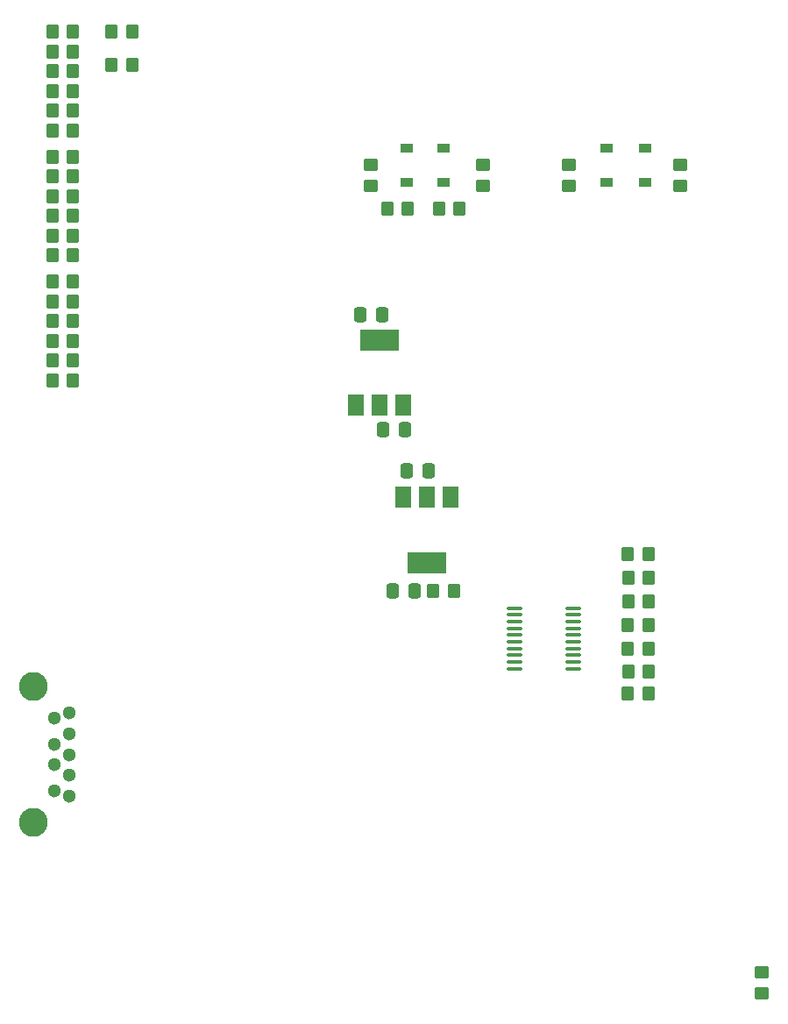
<source format=gbr>
%TF.GenerationSoftware,KiCad,Pcbnew,6.0.9-8da3e8f707~117~ubuntu20.04.1*%
%TF.CreationDate,2022-12-25T13:31:21+01:00*%
%TF.ProjectId,arrow_deca_retro_cape,6172726f-775f-4646-9563-615f72657472,0.90*%
%TF.SameCoordinates,Original*%
%TF.FileFunction,Paste,Top*%
%TF.FilePolarity,Positive*%
%FSLAX46Y46*%
G04 Gerber Fmt 4.6, Leading zero omitted, Abs format (unit mm)*
G04 Created by KiCad (PCBNEW 6.0.9-8da3e8f707~117~ubuntu20.04.1) date 2022-12-25 13:31:21*
%MOMM*%
%LPD*%
G01*
G04 APERTURE LIST*
G04 Aperture macros list*
%AMRoundRect*
0 Rectangle with rounded corners*
0 $1 Rounding radius*
0 $2 $3 $4 $5 $6 $7 $8 $9 X,Y pos of 4 corners*
0 Add a 4 corners polygon primitive as box body*
4,1,4,$2,$3,$4,$5,$6,$7,$8,$9,$2,$3,0*
0 Add four circle primitives for the rounded corners*
1,1,$1+$1,$2,$3*
1,1,$1+$1,$4,$5*
1,1,$1+$1,$6,$7*
1,1,$1+$1,$8,$9*
0 Add four rect primitives between the rounded corners*
20,1,$1+$1,$2,$3,$4,$5,0*
20,1,$1+$1,$4,$5,$6,$7,0*
20,1,$1+$1,$6,$7,$8,$9,0*
20,1,$1+$1,$8,$9,$2,$3,0*%
G04 Aperture macros list end*
%ADD10R,1.500000X2.000000*%
%ADD11R,3.800000X2.000000*%
%ADD12RoundRect,0.250000X0.337500X0.475000X-0.337500X0.475000X-0.337500X-0.475000X0.337500X-0.475000X0*%
%ADD13RoundRect,0.250000X0.350000X0.450000X-0.350000X0.450000X-0.350000X-0.450000X0.350000X-0.450000X0*%
%ADD14RoundRect,0.250000X-0.350000X-0.450000X0.350000X-0.450000X0.350000X0.450000X-0.350000X0.450000X0*%
%ADD15RoundRect,0.250000X-0.450000X0.350000X-0.450000X-0.350000X0.450000X-0.350000X0.450000X0.350000X0*%
%ADD16C,1.300000*%
%ADD17C,2.800000*%
%ADD18R,1.200000X0.900000*%
%ADD19RoundRect,0.250000X0.450000X-0.350000X0.450000X0.350000X-0.450000X0.350000X-0.450000X-0.350000X0*%
%ADD20RoundRect,0.100000X-0.637500X-0.100000X0.637500X-0.100000X0.637500X0.100000X-0.637500X0.100000X0*%
%ADD21RoundRect,0.250000X-0.337500X-0.475000X0.337500X-0.475000X0.337500X0.475000X-0.337500X0.475000X0*%
G04 APERTURE END LIST*
D10*
%TO.C,U3*%
X126097000Y-80595000D03*
D11*
X128397000Y-74295000D03*
D10*
X128397000Y-80595000D03*
X130697000Y-80595000D03*
%TD*%
D12*
%TO.C,C18*%
X130845500Y-82956400D03*
X128770500Y-82956400D03*
%TD*%
%TO.C,C19*%
X128663500Y-71882000D03*
X126588500Y-71882000D03*
%TD*%
D13*
%TO.C,R29*%
X98804669Y-76275000D03*
X96804669Y-76275000D03*
%TD*%
%TO.C,R31*%
X98804669Y-56590000D03*
X96804669Y-56590000D03*
%TD*%
D14*
%TO.C,R13*%
X152416000Y-104140000D03*
X154416000Y-104140000D03*
%TD*%
D13*
%TO.C,R19*%
X98804669Y-44525000D03*
X96804669Y-44525000D03*
%TD*%
D15*
%TO.C,R5*%
X146685000Y-57420000D03*
X146685000Y-59420000D03*
%TD*%
D16*
%TO.C,J21*%
X96965342Y-110820989D03*
X96965342Y-113320989D03*
X96965342Y-115320989D03*
X96965342Y-117820989D03*
X98465342Y-118320989D03*
X98465342Y-116320989D03*
X98465342Y-114320989D03*
X98465342Y-112320989D03*
X98465342Y-110320989D03*
D17*
X94965342Y-107750989D03*
X94965342Y-120890989D03*
%TD*%
D13*
%TO.C,R3*%
X136142669Y-61595000D03*
X134142669Y-61595000D03*
%TD*%
D18*
%TO.C,D3*%
X150368000Y-55754000D03*
X150368000Y-59054000D03*
%TD*%
D13*
%TO.C,R35*%
X98804669Y-64210000D03*
X96804669Y-64210000D03*
%TD*%
D14*
%TO.C,R12*%
X152416000Y-101854000D03*
X154416000Y-101854000D03*
%TD*%
%TO.C,R15*%
X152416000Y-108458000D03*
X154416000Y-108458000D03*
%TD*%
D13*
%TO.C,R30*%
X98804669Y-78180000D03*
X96804669Y-78180000D03*
%TD*%
D19*
%TO.C,R16*%
X165354000Y-137398000D03*
X165354000Y-135398000D03*
%TD*%
D13*
%TO.C,R18*%
X104519669Y-47700000D03*
X102519669Y-47700000D03*
%TD*%
%TO.C,R32*%
X98804669Y-58495000D03*
X96804669Y-58495000D03*
%TD*%
D10*
%TO.C,U2*%
X135282000Y-89509200D03*
X132982000Y-89509200D03*
D11*
X132982000Y-95809200D03*
D10*
X130682000Y-89509200D03*
%TD*%
D13*
%TO.C,R27*%
X98804669Y-72465000D03*
X96804669Y-72465000D03*
%TD*%
%TO.C,R23*%
X98804669Y-52145000D03*
X96804669Y-52145000D03*
%TD*%
D14*
%TO.C,R4*%
X129140000Y-61595000D03*
X131140000Y-61595000D03*
%TD*%
%TO.C,R10*%
X152432000Y-97282000D03*
X154432000Y-97282000D03*
%TD*%
%TO.C,R14*%
X152432000Y-106293000D03*
X154432000Y-106293000D03*
%TD*%
%TO.C,R9*%
X152416000Y-94996000D03*
X154416000Y-94996000D03*
%TD*%
D13*
%TO.C,R26*%
X98804669Y-70560000D03*
X96804669Y-70560000D03*
%TD*%
%TO.C,R33*%
X98804669Y-60400000D03*
X96804669Y-60400000D03*
%TD*%
%TO.C,R22*%
X98804669Y-50240000D03*
X96804669Y-50240000D03*
%TD*%
%TO.C,R20*%
X98804669Y-46430000D03*
X96804669Y-46430000D03*
%TD*%
D18*
%TO.C,D1*%
X131064000Y-55754000D03*
X131064000Y-59054000D03*
%TD*%
D13*
%TO.C,R24*%
X98804669Y-54050000D03*
X96804669Y-54050000D03*
%TD*%
D15*
%TO.C,R2*%
X138395000Y-57420000D03*
X138395000Y-59420000D03*
%TD*%
D12*
%TO.C,C21*%
X131796700Y-98500000D03*
X129721700Y-98500000D03*
%TD*%
D20*
%TO.C,U1*%
X141409500Y-100199000D03*
X141409500Y-100849000D03*
X141409500Y-101499000D03*
X141409500Y-102149000D03*
X141409500Y-102799000D03*
X141409500Y-103449000D03*
X141409500Y-104099000D03*
X141409500Y-104749000D03*
X141409500Y-105399000D03*
X141409500Y-106049000D03*
X147134500Y-106049000D03*
X147134500Y-105399000D03*
X147134500Y-104749000D03*
X147134500Y-104099000D03*
X147134500Y-103449000D03*
X147134500Y-102799000D03*
X147134500Y-102149000D03*
X147134500Y-101499000D03*
X147134500Y-100849000D03*
X147134500Y-100199000D03*
%TD*%
D13*
%TO.C,R21*%
X98804669Y-48335000D03*
X96804669Y-48335000D03*
%TD*%
%TO.C,R28*%
X98804669Y-74370000D03*
X96804669Y-74370000D03*
%TD*%
D15*
%TO.C,R1*%
X127600000Y-57420000D03*
X127600000Y-59420000D03*
%TD*%
D18*
%TO.C,D4*%
X154051000Y-55755000D03*
X154051000Y-59055000D03*
%TD*%
D13*
%TO.C,R17*%
X104519669Y-44525000D03*
X102519669Y-44525000D03*
%TD*%
D21*
%TO.C,C20*%
X131055500Y-86944200D03*
X133130500Y-86944200D03*
%TD*%
D18*
%TO.C,D2*%
X134569200Y-55754000D03*
X134569200Y-59054000D03*
%TD*%
D13*
%TO.C,R7*%
X135569200Y-98501200D03*
X133569200Y-98501200D03*
%TD*%
D15*
%TO.C,R6*%
X157480000Y-57420000D03*
X157480000Y-59420000D03*
%TD*%
D13*
%TO.C,R25*%
X98804669Y-68655000D03*
X96804669Y-68655000D03*
%TD*%
D14*
%TO.C,R11*%
X152432000Y-99568000D03*
X154432000Y-99568000D03*
%TD*%
D13*
%TO.C,R36*%
X98804669Y-66115000D03*
X96804669Y-66115000D03*
%TD*%
%TO.C,R34*%
X98804669Y-62305000D03*
X96804669Y-62305000D03*
%TD*%
M02*

</source>
